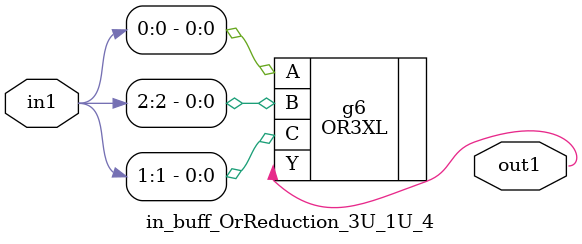
<source format=v>
`timescale 1ps / 1ps


module in_buff_OrReduction_3U_1U_4(in1, out1);
  input [2:0] in1;
  output out1;
  wire [2:0] in1;
  wire out1;
  OR3XL g6(.A (in1[0]), .B (in1[2]), .C (in1[1]), .Y (out1));
endmodule



</source>
